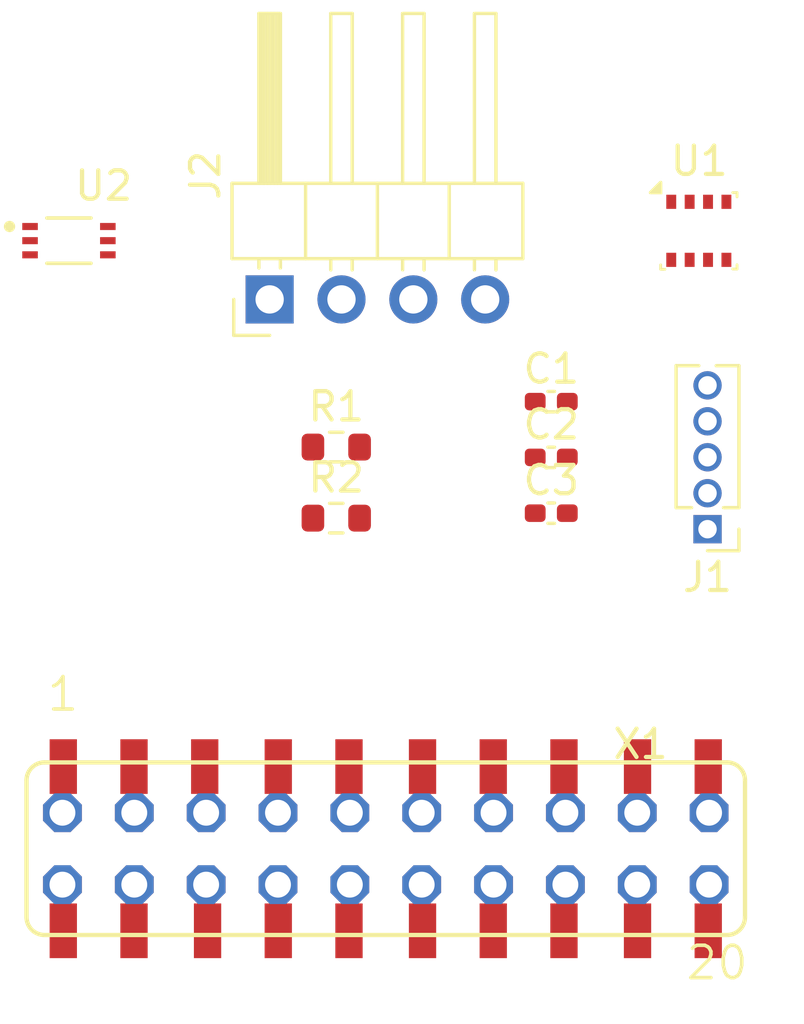
<source format=kicad_pcb>
(kicad_pcb (version 20221018) (generator pcbnew)
  (layers (0 "F.Cu" signal) (31 "B.Cu" signal) (34 "B.Paste" user) (35 "F.Paste" user) (36 "B.SilkS" user "B.Silkscreen") (37 "F.SilkS" user "F.Silkscreen") (38 "B.Mask" user) (39 "F.Mask" user) (44 "Edge.Cuts" user))
  (net 0 "")
  (net 1 "VCC")
  (net 2 "VRAW")
  (net 3 "GND")
  (net 4 "VCCIO")
  (net 5 "D2_RX")
  (net 6 "D1_TX")
  (net 7 "LEGACY_ID")
  (net 8 "RST")
  (net 9 "D4_INT")
  (net 10 "D3_INT")
  (net 11 "D6_PWM")
  (net 12 "D5_PWM")
  (net 13 "D8_SDA")
  (net 14 "D7_SCL")
  (net 15 "D10_A4")
  (net 16 "D9_A3")
  (net 17 "D12_MISO")
  (net 18 "D11_MOSI")
  (net 19 "D14_CS")
  (net 20 "D13_SCK")
  (net 21 "Net-(U2-DVI)")
  (net 22 "Net-(J1-Pin_3)")
  (net 23 "Net-(J1-Pin_4)")
  (net 24 "Net-(U2-ADDR)")
  (footprint "Capacitor_SMD:C_0402_1005Metric_Pad0.74x0.62mm_HandSolder" (layer "F.Cu") (at 143.2 100.15)
    (fp_text reference "C3" (at 0 -1.16) (layer "F.SilkS"))
    (fp_text value "100n")
    (fp_line (start -0.115835 -0.36) (end 0.115835 -0.36) (stroke (width 0.12)) (layer "F.SilkS"))
    (fp_line (start -0.115835 0.36) (end 0.115835 0.36) (stroke (width 0.12)) (layer "F.SilkS"))
    (pad "1" smd roundrect (at -0.5675 0) (size 0.735 0.62) (layers "F.Cu" "F.Paste" "F.Mask") (net 21 "Net-(U2-DVI)"))
    (pad "2" smd roundrect (at 0.5675 0) (size 0.735 0.62) (layers "F.Cu" "F.Paste" "F.Mask") (net 3 "GND"))
  )
  (footprint "Connector_PinHeader_1.27mm:PinHeader_1x05_P1.27mm_Vertical" (layer "F.Cu") (at 148.725 100.715 180)
    (fp_text reference "J1" (at 0 -1.695) (layer "F.SilkS"))
    (fp_text value "LD2410B")
    (fp_line (start -1.11 -0.76) (end 0 -0.76) (stroke (width 0.12)) (layer "F.SilkS"))
    (fp_line (start -1.11 0) (end -1.11 -0.76) (stroke (width 0.12)) (layer "F.SilkS"))
    (fp_line (start -1.11 0.76) (end -1.11 5.775) (stroke (width 0.12)) (layer "F.SilkS"))
    (fp_line (start -1.11 0.76) (end -0.563471 0.76) (stroke (width 0.12)) (layer "F.SilkS"))
    (fp_line (start -1.11 5.775) (end -0.30753 5.775) (stroke (width 0.12)) (layer "F.SilkS"))
    (fp_line (start 0.30753 5.775) (end 1.11 5.775) (stroke (width 0.12)) (layer "F.SilkS"))
    (fp_line (start 0.563471 0.76) (end 1.11 0.76) (stroke (width 0.12)) (layer "F.SilkS"))
    (fp_line (start 1.11 0.76) (end 1.11 5.775) (stroke (width 0.12)) (layer "F.SilkS"))
    (pad "1" thru_hole rect (at 0 0 180) (size 1 1) (drill 0.65) (layers "*.Cu" "*.Mask") (net 2 "VRAW"))
    (pad "2" thru_hole oval (at 0 1.27 180) (size 1 1) (drill 0.65) (layers "*.Cu" "*.Mask") (net 3 "GND"))
    (pad "3" thru_hole oval (at 0 2.54 180) (size 1 1) (drill 0.65) (layers "*.Cu" "*.Mask") (net 22 "Net-(J1-Pin_3)"))
    (pad "4" thru_hole oval (at 0 3.81 180) (size 1 1) (drill 0.65) (layers "*.Cu" "*.Mask") (net 23 "Net-(J1-Pin_4)"))
    (pad "5" thru_hole oval (at 0 5.08 180) (size 1 1) (drill 0.65) (layers "*.Cu" "*.Mask") (net 10 "D3_INT"))
  )
  (footprint "Package_LGA:Bosch_LGA-8_2.5x2.5mm_P0.65mm_ClockwisePinNumbering" (layer "F.Cu") (at 148.4175 90.1775)
    (fp_text reference "U1" (at 0.015 -2.465) (layer "F.SilkS"))
    (fp_text value "BME280")
    (fp_line (start -1.35 1.35) (end -1.35 1.2) (stroke (width 0.1)) (layer "F.SilkS"))
    (fp_line (start -1.35 1.36) (end -1.2 1.36) (stroke (width 0.1)) (layer "F.SilkS"))
    (fp_line (start 1.2 -1.35) (end 1.35 -1.35) (stroke (width 0.1)) (layer "F.SilkS"))
    (fp_line (start 1.35 -1.35) (end 1.35 -1.2) (stroke (width 0.1)) (layer "F.SilkS"))
    (fp_line (start 1.35 1.35) (end 1.2 1.35) (stroke (width 0.1)) (layer "F.SilkS"))
    (fp_line (start 1.35 1.35) (end 1.35 1.2) (stroke (width 0.1)) (layer "F.SilkS"))
    (fp_poly (pts (xy -1.35 -1.35) (xy -1.71 -1.35) (xy -1.35 -1.71) (xy -1.35 -1.35)) (stroke (width 0.12)) (fill solid) (layer "F.SilkS"))
    (pad "1" smd rect (at -0.975 -1.025 90) (size 0.5 0.35) (layers "F.Cu" "F.Paste" "F.Mask") (net 3 "GND"))
    (pad "2" smd rect (at -0.325 -1.025 90) (size 0.5 0.35) (layers "F.Cu" "F.Paste" "F.Mask") (net 4 "VCCIO"))
    (pad "3" smd rect (at 0.325 -1.025 90) (size 0.5 0.35) (layers "F.Cu" "F.Paste" "F.Mask") (net 13 "D8_SDA"))
    (pad "4" smd rect (at 0.975 -1.025 90) (size 0.5 0.35) (layers "F.Cu" "F.Paste" "F.Mask") (net 14 "D7_SCL"))
    (pad "5" smd rect (at 0.975 1.025 90) (size 0.5 0.35) (layers "F.Cu" "F.Paste" "F.Mask") (net 4 "VCCIO"))
    (pad "6" smd rect (at 0.325 1.025 90) (size 0.5 0.35) (layers "F.Cu" "F.Paste" "F.Mask") (net 4 "VCCIO"))
    (pad "7" smd rect (at -0.325 1.025 90) (size 0.5 0.35) (layers "F.Cu" "F.Paste" "F.Mask") (net 3 "GND"))
    (pad "8" smd rect (at -0.975 1.025 90) (size 0.5 0.35) (layers "F.Cu" "F.Paste" "F.Mask") (net 4 "VCCIO"))
  )
  (footprint "Resistor_SMD:R_0603_1608Metric" (layer "F.Cu") (at 135.6 97.815)
    (fp_text reference "R1" (at 0 -1.43) (layer "F.SilkS"))
    (fp_text value "1k")
    (fp_line (start -0.237258 -0.5225) (end 0.237258 -0.5225) (stroke (width 0.12)) (layer "F.SilkS"))
    (fp_line (start -0.237258 0.5225) (end 0.237258 0.5225) (stroke (width 0.12)) (layer "F.SilkS"))
    (pad "1" smd roundrect (at -0.825 0) (size 0.8 0.95) (layers "F.Cu" "F.Paste" "F.Mask") (net 3 "GND"))
    (pad "2" smd roundrect (at 0.825 0) (size 0.8 0.95) (layers "F.Cu" "F.Paste" "F.Mask") (net 24 "Net-(U2-ADDR)"))
  )
  (footprint "MySXSenors:XDCR_BH1750FVI-TR" (layer "F.Cu") (at 126.15 90.525)
    (fp_text reference "U2" (at 1.226565 -1.937485) (layer "F.SilkS") (effects (font (size 1.001283 1.001283))))
    (fp_text value "BH1750FVI-TR")
    (fp_line (start -0.78 0.8) (end 0.78 0.8) (stroke (width 0.127)) (layer "F.SilkS"))
    (fp_line (start 0.78 -0.8) (end -0.78 -0.8) (stroke (width 0.127)) (layer "F.SilkS"))
    (fp_circle (center -2.1 -0.5) (end -2 -0.5) (stroke (width 0.2)) (fill none) (layer "F.SilkS"))
    (pad "1" smd rect (at -1.375 -0.5) (size 0.55 0.25) (layers "F.Cu" "F.Paste" "F.Mask") (net 4 "VCCIO"))
    (pad "2" smd rect (at -1.375 0) (size 0.55 0.25) (layers "F.Cu" "F.Paste" "F.Mask") (net 24 "Net-(U2-ADDR)"))
    (pad "3" smd rect (at -1.375 0.5) (size 0.55 0.25) (layers "F.Cu" "F.Paste" "F.Mask") (net 3 "GND"))
    (pad "4" smd rect (at 1.375 0.5) (size 0.55 0.25) (layers "F.Cu" "F.Paste" "F.Mask") (net 13 "D8_SDA"))
    (pad "5" smd rect (at 1.375 0) (size 0.55 0.25) (layers "F.Cu" "F.Paste" "F.Mask") (net 21 "Net-(U2-DVI)"))
    (pad "6" smd rect (at 1.375 -0.5) (size 0.55 0.25) (layers "F.Cu" "F.Paste" "F.Mask") (net 14 "D7_SCL"))
  )
  (footprint "Capacitor_SMD:C_0402_1005Metric_Pad0.74x0.62mm_HandSolder" (layer "F.Cu") (at 143.2 98.18)
    (fp_text reference "C2" (at 0 -1.16) (layer "F.SilkS"))
    (fp_text value "100n")
    (fp_line (start -0.115835 -0.36) (end 0.115835 -0.36) (stroke (width 0.12)) (layer "F.SilkS"))
    (fp_line (start -0.115835 0.36) (end 0.115835 0.36) (stroke (width 0.12)) (layer "F.SilkS"))
    (pad "1" smd roundrect (at -0.5675 0) (size 0.735 0.62) (layers "F.Cu" "F.Paste" "F.Mask") (net 4 "VCCIO"))
    (pad "2" smd roundrect (at 0.5675 0) (size 0.735 0.62) (layers "F.Cu" "F.Paste" "F.Mask") (net 3 "GND"))
  )
  (footprint "MySXSenors:FE10-2" (layer "F.Cu") (at 137.35 112)
    (fp_text reference "X1" (at 10.0584 -4.2799 180) (layer "F.SilkS") (effects (justify right top)))
    (fp_text value "~")
    (fp_text user "1" (at -12.0396 -4.7879) (layer "F.SilkS") (effects (font (size 1.143 1.143) (thickness 0.127)) (justify left bottom)))
    (fp_text user "20" (at 10.541 4.699) (layer "F.SilkS") (effects (font (size 1.143 1.143) (thickness 0.127)) (justify left bottom)))
    (fp_line (start -12.7 2.413) (end -12.7 -2.413) (stroke (width 0.1524)) (layer "F.SilkS"))
    (fp_line (start -12.065 -3.048) (end 12.065 -3.048) (stroke (width 0.1524)) (layer "F.SilkS"))
    (fp_line (start -12.065 3.048) (end 12.065 3.048) (stroke (width 0.1524)) (layer "F.SilkS"))
    (fp_line (start 12.7 2.413) (end 12.7 -2.413) (stroke (width 0.1524)) (layer "F.SilkS"))
    (fp_arc (start -12.7 -2.413) (mid -12.514013 -2.862013) (end -12.065 -3.048) (stroke (width 0.1524)) (layer "F.SilkS"))
    (fp_arc (start -12.065 3.048) (mid -12.514013 2.862013) (end -12.7 2.413) (stroke (width 0.1524)) (layer "F.SilkS"))
    (fp_arc (start 12.065 -3.048) (mid 12.514013 -2.862013) (end 12.7 -2.413) (stroke (width 0.1524)) (layer "F.SilkS"))
    (fp_arc (start 12.7 2.413) (mid 12.514013 2.862013) (end 12.065 3.048) (stroke (width 0.1524)) (layer "F.SilkS"))
    (pad "1" thru_hole roundrect (at -11.43 -1.27) (size 1.3716 1.3716) (drill 0.9144) (layers "*.Cu" "*.Mask") (chamfer_ratio 0.2928932188) (chamfer top_left top_right bottom_left bottom_right) (net 1 "VCC"))
    (pad "1" smd rect (at -11.4 -2.9 270) (size 1.9304 0.9652) (layers "F.Cu" "F.Paste" "F.Mask") (net 1 "VCC"))
    (pad "2" thru_hole roundrect (at -11.43 1.27) (size 1.3716 1.3716) (drill 0.9144) (layers "*.Cu" "*.Mask") (chamfer_ratio 0.2928932188) (chamfer top_left top_right bottom_left bottom_right) (net 2 "VRAW"))
    (pad "2" smd rect (at -11.4 2.9 270) (size 1.9304 0.9652) (layers "F.Cu" "F.Paste" "F.Mask") (net 2 "VRAW"))
    (pad "3" smd rect (at -8.9 -2.9 270) (size 1.9304 0.9652) (layers "F.Cu" "F.Paste" "F.Mask") (net 3 "GND"))
    (pad "3" thru_hole roundrect (at -8.89 -1.27) (size 1.3716 1.3716) (drill 0.9144) (layers "*.Cu" "*.Mask") (chamfer_ratio 0.2928932188) (chamfer top_left top_right bottom_left bottom_right) (net 3 "GND"))
    (pad "4" smd rect (at -8.9 2.9 270) (size 1.9304 0.9652) (layers "F.Cu" "F.Paste" "F.Mask") (net 4 "VCCIO"))
    (pad "4" thru_hole roundrect (at -8.89 1.27) (size 1.3716 1.3716) (drill 0.9144) (layers "*.Cu" "*.Mask") (chamfer_ratio 0.2928932188) (chamfer top_left top_right bottom_left bottom_right) (net 4 "VCCIO"))
    (pad "5" smd rect (at -6.4 -2.9 270) (size 1.9304 0.9652) (layers "F.Cu" "F.Paste" "F.Mask") (net 5 "D2_RX"))
    (pad "5" thru_hole roundrect (at -6.35 -1.27) (size 1.3716 1.3716) (drill 0.9144) (layers "*.Cu" "*.Mask") (chamfer_ratio 0.2928932188) (chamfer top_left top_right bottom_left bottom_right) (net 5 "D2_RX"))
    (pad "6" thru_hole roundrect (at -6.35 1.27) (size 1.3716 1.3716) (drill 0.9144) (layers "*.Cu" "*.Mask") (chamfer_ratio 0.2928932188) (chamfer top_left top_right bottom_left bottom_right) (net 6 "D1_TX"))
    (pad "6" smd rect (at -6.3 2.9 270) (size 1.9304 0.9652) (layers "F.Cu" "F.Paste" "F.Mask") (net 6 "D1_TX"))
    (pad "7" thru_hole roundrect (at -3.81 -1.27) (size 1.3716 1.3716) (drill 0.9144) (layers "*.Cu" "*.Mask") (chamfer_ratio 0.2928932188) (chamfer top_left top_right bottom_left bottom_right) (net 7 "LEGACY_ID"))
    (pad "7" smd rect (at -3.8 -2.9 270) (size 1.9304 0.9652) (layers "F.Cu" "F.Paste" "F.Mask") (net 7 "LEGACY_ID"))
    (pad "8" thru_hole roundrect (at -3.81 1.27) (size 1.3716 1.3716) (drill 0.9144) (layers "*.Cu" "*.Mask") (chamfer_ratio 0.2928932188) (chamfer top_left top_right bottom_left bottom_right) (net 8 "RST"))
    (pad "8" smd rect (at -3.8 2.9 270) (size 1.9304 0.9652) (layers "F.Cu" "F.Paste" "F.Mask") (net 8 "RST"))
    (pad "9" smd rect (at -1.3 -2.9 270) (size 1.9304 0.9652) (layers "F.Cu" "F.Paste" "F.Mask") (net 9 "D4_INT"))
    (pad "9" thru_hole roundrect (at -1.27 -1.27) (size 1.3716 1.3716) (drill 0.9144) (layers "*.Cu" "*.Mask") (chamfer_ratio 0.2928932188) (chamfer top_left top_right bottom_left bottom_right) (net 9 "D4_INT"))
    (pad "10" smd rect (at -1.3 2.9 270) (size 1.9304 0.9652) (layers "F.Cu" "F.Paste" "F.Mask") (net 10 "D3_INT"))
    (pad "10" thru_hole roundrect (at -1.27 1.27) (size 1.3716 1.3716) (drill 0.9144) (layers "*.Cu" "*.Mask") (chamfer_ratio 0.2928932188) (chamfer top_left top_right bottom_left bottom_right) (net 10 "D3_INT"))
    (pad "11" thru_hole roundrect (at 1.27 -1.27) (size 1.3716 1.3716) (drill 0.9144) (layers "*.Cu" "*.Mask") (chamfer_ratio 0.2928932188) (chamfer top_left top_right bottom_left bottom_right) (net 11 "D6_PWM"))
    (pad "11" smd rect (at 1.3 -2.9 270) (size 1.9304 0.9652) (layers "F.Cu" "F.Paste" "F.Mask") (net 11 "D6_PWM"))
    (pad "12" thru_hole roundrect (at 1.27 1.27) (size 1.3716 1.3716) (drill 0.9144) (layers "*.Cu" "*.Mask") (chamfer_ratio 0.2928932188) (chamfer top_left top_right bottom_left bottom_right) (net 12 "D5_PWM"))
    (pad "12" smd rect (at 1.3 2.9 270) (size 1.9304 0.9652) (layers "F.Cu" "F.Paste" "F.Mask") (net 12 "D5_PWM"))
    (pad "13" smd rect (at 3.8 -2.9 270) (size 1.9304 0.9652) (layers "F.Cu" "F.Paste" "F.Mask") (net 13 "D8_SDA"))
    (pad "13" thru_hole roundrect (at 3.81 -1.27) (size 1.3716 1.3716) (drill 0.9144) (layers "*.Cu" "*.Mask") (chamfer_ratio 0.2928932188) (chamfer top_left top_right bottom_left bottom_right) (net 13 "D8_SDA"))
    (pad "14" smd rect (at 3.8 2.9 270) (size 1.9304 0.9652) (layers "F.Cu" "F.Paste" "F.Mask") (net 14 "D7_SCL"))
    (pad "14" thru_hole roundrect (at 3.81 1.27) (size 1.3716 1.3716) (drill 0.9144) (layers "*.Cu" "*.Mask") (chamfer_ratio 0.2928932188) (chamfer top_left top_right bottom_left bottom_right) (net 14 "D7_SCL"))
    (pad "15" smd rect (at 6.3 -2.9 270) (size 1.9304 0.9652) (layers "F.Cu" "F.Paste" "F.Mask") (net 15 "D10_A4"))
    (pad "15" thru_hole roundrect (at 6.35 -1.27) (size 1.3716 1.3716) (drill 0.9144) (layers "*.Cu" "*.Mask") (chamfer_ratio 0.2928932188) (chamfer top_left top_right bottom_left bottom_right) (net 15 "D10_A4"))
    (pad "16" smd rect (at 6.3 2.9 270) (size 1.9304 0.9652) (layers "F.Cu" "F.Paste" "F.Mask") (net 16 "D9_A3"))
    (pad "16" thru_hole roundrect (at 6.35 1.27) (size 1.3716 1.3716) (drill 0.9144) (layers "*.Cu" "*.Mask") (chamfer_ratio 0.2928932188) (chamfer top_left top_right bottom_left bottom_right) (net 16 "D9_A3"))
    (pad "17" thru_hole roundrect (at 8.89 -1.27) (size 1.3716 1.3716) (drill 0.9144) (layers "*.Cu" "*.Mask") (chamfer_ratio 0.2928932188) (chamfer top_left top_right bottom_left bottom_right) (net 17 "D12_MISO"))
    (pad "17" smd rect (at 8.9 -2.9 270) (size 1.9304 0.9652) (layers "F.Cu" "F.Paste" "F.Mask") (net 17 "D12_MISO"))
    (pad "18" thru_hole roundrect (at 8.89 1.27) (size 1.3716 1.3716) (drill 0.9144) (layers "*.Cu" "*.Mask") (chamfer_ratio 0.2928932188) (chamfer top_left top_right bottom_left bottom_right) (net 18 "D11_MOSI"))
    (pad "18" smd rect (at 8.9 2.9 270) (size 1.9304 0.9652) (layers "F.Cu" "F.Paste" "F.Mask") (net 18 "D11_MOSI"))
    (pad "19" smd rect (at 11.4 -2.9 270) (size 1.9304 0.9652) (layers "F.Cu" "F.Paste" "F.Mask") (net 19 "D14_CS"))
    (pad "19" thru_hole roundrect (at 11.43 -1.27) (size 1.3716 1.3716) (drill 0.9144) (layers "*.Cu" "*.Mask") (chamfer_ratio 0.2928932188) (chamfer top_left top_right bottom_left bottom_right) (net 19 "D14_CS"))
    (pad "20" smd rect (at 11.4 2.9 270) (size 1.9304 0.9652) (layers "F.Cu" "F.Paste" "F.Mask") (net 20 "D13_SCK"))
    (pad "20" thru_hole roundrect (at 11.43 1.27) (size 1.3716 1.3716) (drill 0.9144) (layers "*.Cu" "*.Mask") (chamfer_ratio 0.2928932188) (chamfer top_left top_right bottom_left bottom_right) (net 20 "D13_SCK"))
  )
  (footprint "Capacitor_SMD:C_0402_1005Metric_Pad0.74x0.62mm_HandSolder" (layer "F.Cu") (at 143.2 96.21)
    (fp_text reference "C1" (at 0 -1.16) (layer "F.SilkS"))
    (fp_text value "100n")
    (fp_line (start -0.115835 -0.36) (end 0.115835 -0.36) (stroke (width 0.12)) (layer "F.SilkS"))
    (fp_line (start -0.115835 0.36) (end 0.115835 0.36) (stroke (width 0.12)) (layer "F.SilkS"))
    (pad "1" smd roundrect (at -0.5675 0) (size 0.735 0.62) (layers "F.Cu" "F.Paste" "F.Mask") (net 4 "VCCIO"))
    (pad "2" smd roundrect (at 0.5675 0) (size 0.735 0.62) (layers "F.Cu" "F.Paste" "F.Mask") (net 3 "GND"))
  )
  (footprint "Connector_PinHeader_2.54mm:PinHeader_1x04_P2.54mm_Horizontal" (layer "F.Cu") (at 133.245 92.6 90)
    (fp_text reference "J2" (at 4.385 -2.27 90) (layer "F.SilkS"))
    (fp_text value "UART")
    (fp_line (start -1.27 -1.27) (end 0 -1.27) (stroke (width 0.12)) (layer "F.SilkS"))
    (fp_line (start -1.27 0) (end -1.27 -1.27) (stroke (width 0.12)) (layer "F.SilkS"))
    (fp_line (start 1.042929 2.16) (end 1.44 2.16) (stroke (width 0.12)) (layer "F.SilkS"))
    (fp_line (start 1.042929 2.92) (end 1.44 2.92) (stroke (width 0.12)) (layer "F.SilkS"))
    (fp_line (start 1.042929 4.7) (end 1.44 4.7) (stroke (width 0.12)) (layer "F.SilkS"))
    (fp_line (start 1.042929 5.46) (end 1.44 5.46) (stroke (width 0.12)) (layer "F.SilkS"))
    (fp_line (start 1.042929 7.24) (end 1.44 7.24) (stroke (width 0.12)) (layer "F.SilkS"))
    (fp_line (start 1.042929 8) (end 1.44 8) (stroke (width 0.12)) (layer "F.SilkS"))
    (fp_line (start 1.11 -0.38) (end 1.44 -0.38) (stroke (width 0.12)) (layer "F.SilkS"))
    (fp_line (start 1.11 0.38) (end 1.44 0.38) (stroke (width 0.12)) (layer "F.SilkS"))
    (fp_line (start 1.44 -1.33) (end 1.44 8.95) (stroke (width 0.12)) (layer "F.SilkS"))
    (fp_line (start 1.44 1.27) (end 4.1 1.27) (stroke (width 0.12)) (layer "F.SilkS"))
    (fp_line (start 1.44 3.81) (end 4.1 3.81) (stroke (width 0.12)) (layer "F.SilkS"))
    (fp_line (start 1.44 6.35) (end 4.1 6.35) (stroke (width 0.12)) (layer "F.SilkS"))
    (fp_line (start 1.44 8.95) (end 4.1 8.95) (stroke (width 0.12)) (layer "F.SilkS"))
    (fp_line (start 4.1 -1.33) (end 1.44 -1.33) (stroke (width 0.12)) (layer "F.SilkS"))
    (fp_line (start 4.1 -0.38) (end 10.1 -0.38) (stroke (width 0.12)) (layer "F.SilkS"))
    (fp_line (start 4.1 -0.32) (end 10.1 -0.32) (stroke (width 0.12)) (layer "F.SilkS"))
    (fp_line (start 4.1 -0.2) (end 10.1 -0.2) (stroke (width 0.12)) (layer "F.SilkS"))
    (fp_line (start 4.1 -0.08) (end 10.1 -0.08) (stroke (width 0.12)) (layer "F.SilkS"))
    (fp_line (start 4.1 0.04) (end 10.1 0.04) (stroke (width 0.12)) (layer "F.SilkS"))
    (fp_line (start 4.1 0.16) (end 10.1 0.16) (stroke (width 0.12)) (layer "F.SilkS"))
    (fp_line (start 4.1 0.28) (end 10.1 0.28) (stroke (width 0.12)) (layer "F.SilkS"))
    (fp_line (start 4.1 2.16) (end 10.1 2.16) (stroke (width 0.12)) (layer "F.SilkS"))
    (fp_line (start 4.1 4.7) (end 10.1 4.7) (stroke (width 0.12)) (layer "F.SilkS"))
    (fp_line (start 4.1 7.24) (end 10.1 7.24) (stroke (width 0.12)) (layer "F.SilkS"))
    (fp_line (start 4.1 8.95) (end 4.1 -1.33) (stroke (width 0.12)) (layer "F.SilkS"))
    (fp_line (start 10.1 -0.38) (end 10.1 0.38) (stroke (width 0.12)) (layer "F.SilkS"))
    (fp_line (start 10.1 0.38) (end 4.1 0.38) (stroke (width 0.12)) (layer "F.SilkS"))
    (fp_line (start 10.1 2.16) (end 10.1 2.92) (stroke (width 0.12)) (layer "F.SilkS"))
    (fp_line (start 10.1 2.92) (end 4.1 2.92) (stroke (width 0.12)) (layer "F.SilkS"))
    (fp_line (start 10.1 4.7) (end 10.1 5.46) (stroke (width 0.12)) (layer "F.SilkS"))
    (fp_line (start 10.1 5.46) (end 4.1 5.46) (stroke (width 0.12)) (layer "F.SilkS"))
    (fp_line (start 10.1 7.24) (end 10.1 8) (stroke (width 0.12)) (layer "F.SilkS"))
    (fp_line (start 10.1 8) (end 4.1 8) (stroke (width 0.12)) (layer "F.SilkS"))
    (pad "1" thru_hole rect (at 0 0 90) (size 1.7 1.7) (drill 1) (layers "*.Cu" "*.Mask") (net 2 "VRAW"))
    (pad "2" thru_hole oval (at 0 2.54 90) (size 1.7 1.7) (drill 1) (layers "*.Cu" "*.Mask") (net 3 "GND"))
    (pad "3" thru_hole oval (at 0 5.08 90) (size 1.7 1.7) (drill 1) (layers "*.Cu" "*.Mask") (net 22 "Net-(J1-Pin_3)"))
    (pad "4" thru_hole oval (at 0 7.62 90) (size 1.7 1.7) (drill 1) (layers "*.Cu" "*.Mask") (net 23 "Net-(J1-Pin_4)"))
  )
  (footprint "Resistor_SMD:R_0603_1608Metric" (layer "F.Cu") (at 135.6 100.325)
    (fp_text reference "R2" (at 0 -1.43) (layer "F.SilkS"))
    (fp_text value "1k")
    (fp_line (start -0.237258 -0.5225) (end 0.237258 -0.5225) (stroke (width 0.12)) (layer "F.SilkS"))
    (fp_line (start -0.237258 0.5225) (end 0.237258 0.5225) (stroke (width 0.12)) (layer "F.SilkS"))
    (pad "1" smd roundrect (at -0.825 0) (size 0.8 0.95) (layers "F.Cu" "F.Paste" "F.Mask") (net 21 "Net-(U2-DVI)"))
    (pad "2" smd roundrect (at 0.825 0) (size 0.8 0.95) (layers "F.Cu" "F.Paste" "F.Mask") (net 4 "VCCIO"))
  )
)
</source>
